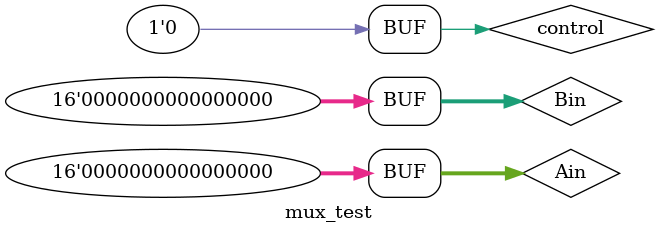
<source format=v>
`timescale 1ns / 1ps

module mux_test;

	reg [15:0] Ain;
	reg [15:0] Bin;
	reg control;
	wire [15:0] mux_out;

	mux#(16) uut (
		.Ain(Ain), 
		.Bin(Bin), 
		.control(control), 
		.mux_out(mux_out)
	);

	initial begin
		Ain <= 0;
		Bin <= 0;
		control <= 0;
        #10;

	end
      
endmodule


</source>
